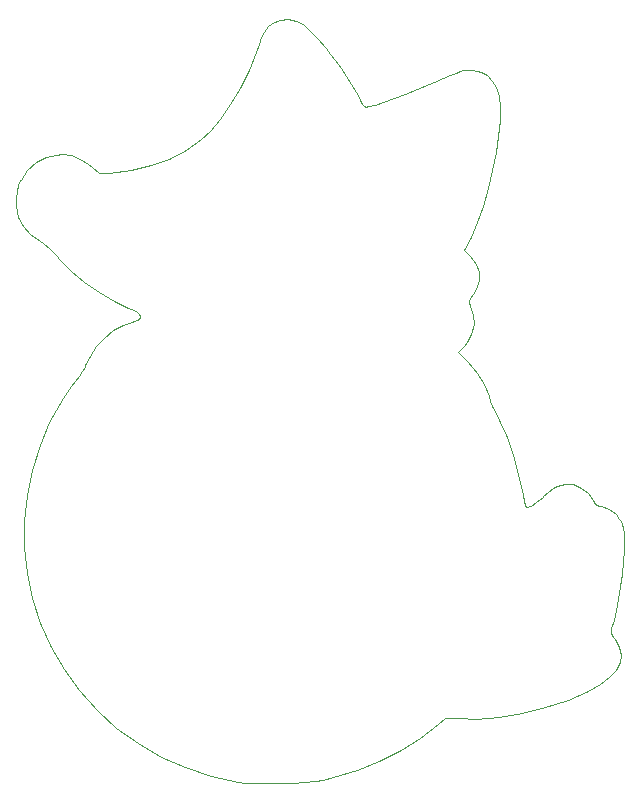
<source format=gbr>
%TF.GenerationSoftware,KiCad,Pcbnew,8.0.4*%
%TF.CreationDate,2024-09-30T12:03:32+02:00*%
%TF.ProjectId,MuHack_10th_pendant,4d754861-636b-45f3-9130-74685f70656e,rev?*%
%TF.SameCoordinates,Original*%
%TF.FileFunction,Profile,NP*%
%FSLAX46Y46*%
G04 Gerber Fmt 4.6, Leading zero omitted, Abs format (unit mm)*
G04 Created by KiCad (PCBNEW 8.0.4) date 2024-09-30 12:03:32*
%MOMM*%
%LPD*%
G01*
G04 APERTURE LIST*
%TA.AperFunction,Profile*%
%ADD10C,0.100000*%
%TD*%
G04 APERTURE END LIST*
D10*
%TO.C,EdgeCut*%
X73808678Y-76492337D02*
X73868166Y-75889121D01*
X73810447Y-76665244D02*
X73808678Y-76492337D01*
X73815240Y-77133657D02*
X73810447Y-76665244D01*
X73868166Y-75889121D02*
X73987522Y-75414453D01*
X73987522Y-75414453D02*
X74196056Y-74954571D01*
X74002465Y-78066623D02*
X73815240Y-77133657D01*
X74196056Y-74954571D02*
X74212918Y-74923356D01*
X74212918Y-74923356D02*
X74782935Y-74110290D01*
X74402133Y-78883467D02*
X74002465Y-78066623D01*
X74507069Y-103849133D02*
X74722277Y-101661458D01*
X74516044Y-106041848D02*
X74507069Y-103849133D01*
X74722277Y-101661458D02*
X75162821Y-99498252D01*
X74748052Y-108220173D02*
X74516044Y-106041848D01*
X74782935Y-74110290D02*
X75497401Y-73476729D01*
X75008898Y-79574505D02*
X74402133Y-78883467D01*
X75162821Y-99498252D02*
X75829850Y-97378944D01*
X75201940Y-110364679D02*
X74748052Y-108220173D01*
X75497401Y-73476729D02*
X76327673Y-73039935D01*
X75817412Y-80130055D02*
X75008898Y-79574505D01*
X75829850Y-97378944D02*
X76643902Y-95485958D01*
X75876558Y-112455938D02*
X75201940Y-110364679D01*
X76138375Y-80323019D02*
X75817412Y-80130055D01*
X76327673Y-73039935D02*
X77245110Y-72817170D01*
X76643902Y-95485958D02*
X77197838Y-94436328D01*
X76688160Y-80770099D02*
X76138375Y-80323019D01*
X76770754Y-114474519D02*
X75876558Y-112455938D01*
X77197838Y-94436328D02*
X77829567Y-93377491D01*
X77245110Y-72817170D02*
X77750011Y-72791685D01*
X77261550Y-81394572D02*
X76688160Y-80770099D01*
X77494053Y-81665174D02*
X77261550Y-81394572D01*
X77750011Y-72791685D02*
X78505931Y-72881619D01*
X77829567Y-93377491D02*
X78488912Y-92388823D01*
X77883376Y-116400994D02*
X76770754Y-114474519D01*
X78460354Y-82637932D02*
X77494053Y-81665174D01*
X78488912Y-92388823D02*
X79125699Y-91549702D01*
X78505931Y-72881619D02*
X79212729Y-73145276D01*
X79125699Y-91549702D02*
X79152622Y-91517208D01*
X79152622Y-91517208D02*
X79422123Y-91160181D01*
X79160481Y-118161398D02*
X77883376Y-116400994D01*
X79212729Y-73145276D02*
X79925000Y-73606063D01*
X79422123Y-91160181D02*
X79628010Y-90827482D01*
X79589283Y-83583244D02*
X78460354Y-82637932D01*
X79628010Y-90827482D02*
X79701257Y-90662400D01*
X79701257Y-90662400D02*
X80055047Y-89834576D01*
X79925000Y-73606063D02*
X80226984Y-73853679D01*
X80055047Y-89834576D02*
X80590632Y-89035892D01*
X80226984Y-73853679D02*
X80872226Y-74411092D01*
X80590632Y-89035892D02*
X81263444Y-88307128D01*
X80667056Y-119842860D02*
X79160481Y-118161398D01*
X80818549Y-84455861D02*
X79589283Y-83583244D01*
X80872226Y-74411092D02*
X81692369Y-74350538D01*
X81263444Y-88307128D02*
X82028916Y-87689065D01*
X81692369Y-74350538D02*
X83568102Y-74124773D01*
X82028916Y-87689065D02*
X82842481Y-87222486D01*
X82085859Y-85210533D02*
X80818549Y-84455861D01*
X82331168Y-121345598D02*
X80667056Y-119842860D01*
X82842481Y-87222486D02*
X83659569Y-86948172D01*
X83328924Y-85802011D02*
X82085859Y-85210533D01*
X83566380Y-85900369D02*
X83328924Y-85802011D01*
X83568102Y-74124773D02*
X85270727Y-73734577D01*
X83659569Y-86948172D02*
X83785442Y-86925201D01*
X83785442Y-86925201D02*
X84105386Y-86854141D01*
X83947280Y-86073383D02*
X83566380Y-85900369D01*
X84105386Y-86854141D02*
X84248835Y-86742041D01*
X84140346Y-122661552D02*
X82331168Y-121345598D01*
X84163804Y-86211672D02*
X83947280Y-86073383D01*
X84248835Y-86742041D02*
X84283127Y-86533931D01*
X84260817Y-86348940D02*
X84163804Y-86211672D01*
X84283127Y-86533931D02*
X84283185Y-86518891D01*
X84283185Y-86518891D02*
X84260817Y-86348940D01*
X85270727Y-73734577D02*
X86812037Y-73175079D01*
X86082119Y-123782666D02*
X84140346Y-122661552D01*
X86812037Y-73175079D02*
X88203828Y-72441408D01*
X88144015Y-124700880D02*
X86082119Y-123782666D01*
X88203828Y-72441408D02*
X89457894Y-71528693D01*
X89457894Y-71528693D02*
X90208424Y-70833404D01*
X90208424Y-70833404D02*
X91108802Y-69797639D01*
X90313564Y-125408135D02*
X88144015Y-124700880D01*
X91108802Y-69797639D02*
X91977276Y-68560489D01*
X91977276Y-68560489D02*
X92788854Y-67164701D01*
X92578295Y-125896374D02*
X90313564Y-125408135D01*
X92788854Y-67164701D02*
X93518546Y-65653023D01*
X93267022Y-125974573D02*
X92578295Y-125896374D01*
X93518546Y-65653023D02*
X94107891Y-64163362D01*
X94107891Y-64163362D02*
X94379404Y-63412957D01*
X94138675Y-126021769D02*
X93267022Y-125974573D01*
X94379404Y-63412957D02*
X94599480Y-62855500D01*
X94599480Y-62855500D02*
X94790770Y-62451216D01*
X94790770Y-62451216D02*
X94975926Y-62160329D01*
X94975926Y-62160329D02*
X95177598Y-61943065D01*
X95131796Y-126039183D02*
X94138675Y-126021769D01*
X95177598Y-61943065D02*
X95418439Y-61759650D01*
X95418439Y-61759650D02*
X95511179Y-61699260D01*
X95511179Y-61699260D02*
X96159937Y-61422589D01*
X96159937Y-61422589D02*
X96868504Y-61348239D01*
X96186040Y-126028216D02*
X95131796Y-126039183D01*
X96868504Y-61348239D02*
X97560577Y-61479859D01*
X97241059Y-125990269D02*
X96186040Y-126028216D01*
X97560577Y-61479859D02*
X97812328Y-61589248D01*
X97812328Y-61589248D02*
X98225982Y-61872743D01*
X98225982Y-61872743D02*
X98752264Y-62348360D01*
X98236507Y-125926743D02*
X97241059Y-125990269D01*
X98752264Y-62348360D02*
X99375298Y-63000531D01*
X99112036Y-125839038D02*
X98236507Y-125926743D01*
X99375298Y-63000531D02*
X100071350Y-63804249D01*
X99807299Y-125728556D02*
X99112036Y-125839038D01*
X100071350Y-63804249D02*
X100422854Y-64253388D01*
X100422854Y-64253388D02*
X100845033Y-64834408D01*
X100661130Y-125533270D02*
X99807299Y-125728556D01*
X100845033Y-64834408D02*
X101304801Y-65497301D01*
X101304801Y-65497301D02*
X101769068Y-66192062D01*
X101769068Y-66192062D02*
X102204748Y-66868682D01*
X102204748Y-66868682D02*
X102578751Y-67477155D01*
X102578751Y-67477155D02*
X102857992Y-67967474D01*
X102653427Y-124936666D02*
X100661130Y-125533270D01*
X102857992Y-67967474D02*
X102959357Y-68169023D01*
X102959357Y-68169023D02*
X103135584Y-68529456D01*
X103135584Y-68529456D02*
X103271434Y-68712380D01*
X103271434Y-68712380D02*
X103422569Y-68764840D01*
X103422569Y-68764840D02*
X103630992Y-68736687D01*
X103630992Y-68736687D02*
X104189486Y-68593605D01*
X104189486Y-68593605D02*
X104926084Y-68360785D01*
X104576928Y-124165719D02*
X102653427Y-124936666D01*
X104926084Y-68360785D02*
X105798568Y-68053880D01*
X105798568Y-68053880D02*
X106764722Y-67688548D01*
X106393052Y-123239177D02*
X104576928Y-124165719D01*
X106764722Y-67688548D02*
X107782330Y-67280443D01*
X107782330Y-67280443D02*
X108809174Y-66845221D01*
X108063222Y-122175791D02*
X106393052Y-123239177D01*
X108809174Y-66845221D02*
X109218635Y-66664549D01*
X109218635Y-66664549D02*
X110004589Y-66314720D01*
X109548860Y-120994307D02*
X108063222Y-122175791D01*
X110004589Y-66314720D02*
X110605902Y-66053106D01*
X110110588Y-120492078D02*
X109548860Y-120994307D01*
X110605902Y-66053106D02*
X111060608Y-65867603D01*
X111060608Y-65867603D02*
X111406743Y-65746107D01*
X111209627Y-89500327D02*
X112065066Y-90356123D01*
X111331742Y-120550567D02*
X110110588Y-120492078D01*
X111406743Y-65746107D02*
X111682340Y-65676517D01*
X111682340Y-65676517D02*
X111925436Y-65646727D01*
X111722635Y-88991170D02*
X111209627Y-89500327D01*
X111771723Y-80899320D02*
X112294497Y-81422093D01*
X111925436Y-65646727D02*
X112174065Y-65644635D01*
X111996702Y-88674018D02*
X111722635Y-88991170D01*
X112065066Y-90356123D02*
X112871248Y-91292268D01*
X112174065Y-65644635D02*
X112393368Y-65654292D01*
X112190099Y-85359075D02*
X112274099Y-85573536D01*
X112191767Y-85176685D02*
X112190099Y-85359075D01*
X112274099Y-85573536D02*
X112288845Y-85604619D01*
X112288845Y-85604619D02*
X112533376Y-86383083D01*
X112294497Y-81422093D02*
X112773734Y-82047264D01*
X112297239Y-84948986D02*
X112191767Y-85176685D01*
X112306053Y-79766677D02*
X111771723Y-80899320D01*
X112378503Y-87970426D02*
X111996702Y-88674018D01*
X112393368Y-65654292D02*
X112879583Y-65696719D01*
X112524653Y-84598600D02*
X112297239Y-84948986D01*
X112533376Y-86383083D02*
X112560328Y-87189233D01*
X112560328Y-87189233D02*
X112378503Y-87970426D01*
X112741849Y-120561200D02*
X111331742Y-120550567D01*
X112773734Y-82047264D02*
X113014953Y-82719167D01*
X112779999Y-84157129D02*
X112524653Y-84598600D01*
X112839604Y-78515678D02*
X112306053Y-79766677D01*
X112871248Y-91292268D02*
X113469409Y-92271965D01*
X112879583Y-65696719D02*
X113219068Y-65783282D01*
X113014953Y-82719167D02*
X113017319Y-83426292D01*
X113017319Y-83426292D02*
X112779999Y-84157129D01*
X113219068Y-65783282D02*
X113509010Y-65945713D01*
X113333551Y-77123318D02*
X112839604Y-78515678D01*
X113469409Y-92271965D02*
X113841877Y-93266142D01*
X113509010Y-65945713D02*
X113675033Y-66072774D01*
X113675033Y-66072774D02*
X114150550Y-66552085D01*
X113773808Y-75645544D02*
X113333551Y-77123318D01*
X113841877Y-93266142D02*
X113847381Y-93287881D01*
X113847381Y-93287881D02*
X113962827Y-93636537D01*
X113962827Y-93636537D02*
X114164122Y-94134668D01*
X114149258Y-74132009D02*
X113773808Y-75645544D01*
X114150550Y-66552085D02*
X114480662Y-67122684D01*
X114164122Y-94134668D02*
X114422946Y-94715845D01*
X114422946Y-94715845D02*
X114711380Y-95314444D01*
X114448785Y-72632363D02*
X114149258Y-74132009D01*
X114480662Y-67122684D02*
X114684453Y-67830150D01*
X114661274Y-71196259D02*
X114448785Y-72632363D01*
X114684453Y-67830150D02*
X114780672Y-68713286D01*
X114686488Y-120413330D02*
X112741849Y-120561200D01*
X114711380Y-95314444D02*
X115371407Y-96759121D01*
X114775608Y-69873349D02*
X114661274Y-71196259D01*
X114780672Y-68713286D02*
X114775608Y-69873349D01*
X115371407Y-96759121D02*
X115915066Y-98247631D01*
X115915066Y-98247631D02*
X116360404Y-99838535D01*
X116360404Y-99838535D02*
X116725468Y-101590397D01*
X116671442Y-120093146D02*
X114686488Y-120413330D01*
X116725468Y-101590397D02*
X116824585Y-102171775D01*
X116824585Y-102171775D02*
X116897868Y-102465667D01*
X116897868Y-102465667D02*
X116986513Y-102621941D01*
X116986513Y-102621941D02*
X117007691Y-102629708D01*
X117007691Y-102629708D02*
X117393451Y-102527547D01*
X117393451Y-102527547D02*
X117874589Y-102233053D01*
X117874589Y-102233053D02*
X118422324Y-101764212D01*
X118422324Y-101764212D02*
X118475492Y-101712519D01*
X118475492Y-101712519D02*
X118869304Y-101359994D01*
X118635999Y-119613551D02*
X116671442Y-120093146D01*
X118869304Y-101359994D02*
X119268233Y-101058096D01*
X119268233Y-101058096D02*
X119588888Y-100869655D01*
X119588888Y-100869655D02*
X119601137Y-100864435D01*
X119601137Y-100864435D02*
X120318637Y-100687782D01*
X120318637Y-100687782D02*
X121022376Y-100739287D01*
X120519445Y-118987450D02*
X118635999Y-119613551D01*
X121022376Y-100739287D02*
X121675088Y-101004009D01*
X121675088Y-101004009D02*
X122239507Y-101467008D01*
X122239507Y-101467008D02*
X122668809Y-102094250D01*
X122261069Y-118227745D02*
X120519445Y-118987450D01*
X122668809Y-102094250D02*
X122880279Y-102382212D01*
X122880279Y-102382212D02*
X123195796Y-102525441D01*
X123195796Y-102525441D02*
X123324199Y-102550679D01*
X123262088Y-117663556D02*
X122261069Y-118227745D01*
X123324199Y-102550679D02*
X124017247Y-102783748D01*
X124017247Y-102783748D02*
X124604220Y-103234325D01*
X124067465Y-117057686D02*
X123262088Y-117663556D01*
X124169437Y-113140808D02*
X124209927Y-113346169D01*
X124209927Y-113346169D02*
X124373912Y-113615255D01*
X124226834Y-112919867D02*
X124169437Y-113140808D01*
X124241464Y-112881091D02*
X124226834Y-112919867D01*
X124373912Y-113615255D02*
X124510734Y-113799157D01*
X124444505Y-112223916D02*
X124241464Y-112881091D01*
X124510734Y-113799157D02*
X124904690Y-114471981D01*
X124604220Y-103234325D02*
X124912191Y-103622932D01*
X124635851Y-116432761D02*
X124067465Y-117057686D01*
X124642720Y-111380862D02*
X124444505Y-112223916D01*
X124828320Y-110406328D02*
X124642720Y-111380862D01*
X124904690Y-114471981D02*
X125055903Y-115137077D01*
X124912191Y-103622932D02*
X125065613Y-103874356D01*
X124965810Y-115791615D02*
X124635851Y-116432761D01*
X124993511Y-109354716D02*
X124828320Y-110406328D01*
X125055903Y-115137077D02*
X124965810Y-115791615D01*
X125065613Y-103874356D02*
X125167460Y-104116049D01*
X125130505Y-108280426D02*
X124993511Y-109354716D01*
X125167460Y-104116049D02*
X125230622Y-104410148D01*
X125230622Y-104410148D02*
X125267988Y-104818791D01*
X125231510Y-107237859D02*
X125130505Y-108280426D01*
X125267988Y-104818791D02*
X125292447Y-105404114D01*
X125288735Y-106281414D02*
X125231510Y-107237859D01*
X125292447Y-105404114D02*
X125294390Y-105465492D01*
X125294390Y-105465492D02*
X125288735Y-106281414D01*
%TD*%
M02*

</source>
